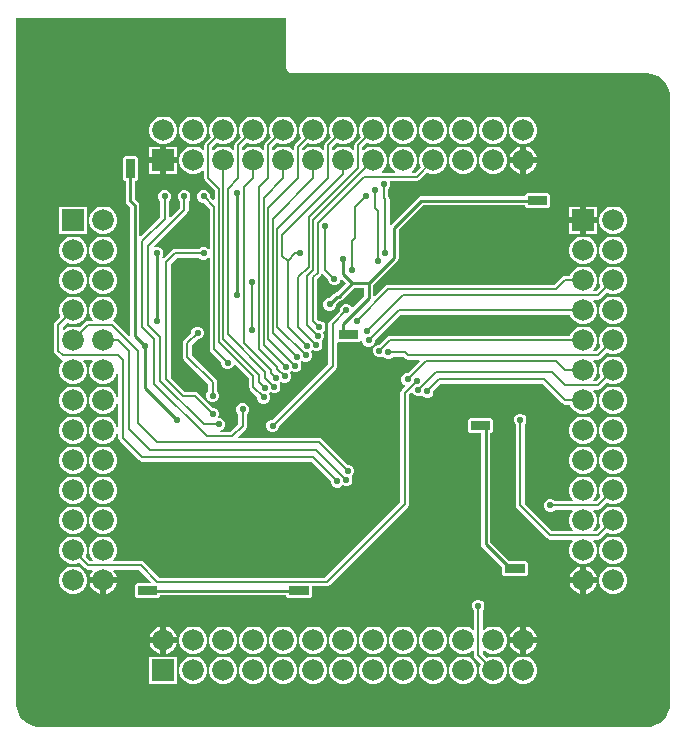
<source format=gbl>
G04*
G04 #@! TF.GenerationSoftware,Altium Limited,Altium Designer,22.8.2 (66)*
G04*
G04 Layer_Physical_Order=2*
G04 Layer_Color=16711680*
%FSLAX25Y25*%
%MOIN*%
G70*
G04*
G04 #@! TF.SameCoordinates,5222FF82-13DF-4D67-8A3D-296B4DE4B60E*
G04*
G04*
G04 #@! TF.FilePolarity,Positive*
G04*
G01*
G75*
%ADD10C,0.01000*%
%ADD52C,0.00800*%
%ADD53C,0.00600*%
%ADD54C,0.07200*%
%ADD55R,0.07200X0.07200*%
%ADD56R,0.07200X0.07200*%
%ADD57C,0.02165*%
G36*
X91961Y222000D02*
X92116Y221220D01*
X92558Y220558D01*
X93220Y220116D01*
X94000Y219961D01*
X212000D01*
X212093Y219979D01*
X213559Y219835D01*
X215057Y219380D01*
X216438Y218642D01*
X217649Y217649D01*
X218642Y216438D01*
X219380Y215057D01*
X219835Y213559D01*
X219979Y212093D01*
X219961Y212000D01*
X219961Y10000D01*
X219979Y9907D01*
X219835Y8442D01*
X219380Y6943D01*
X218642Y5562D01*
X217649Y4351D01*
X216438Y3358D01*
X215057Y2620D01*
X213559Y2165D01*
X212093Y2021D01*
X212000Y2039D01*
X10498Y2039D01*
X10000Y2039D01*
X9509Y2060D01*
X8442Y2165D01*
X6943Y2620D01*
X5562Y3358D01*
X4351Y4351D01*
X3358Y5562D01*
X2620Y6943D01*
X2165Y8442D01*
X2060Y9509D01*
X2039Y10000D01*
X2039Y10000D01*
X2039Y10493D01*
X2039Y222000D01*
Y238461D01*
X91961D01*
Y222000D01*
D02*
G37*
%LPC*%
G36*
X171606Y205600D02*
X170394D01*
X169225Y205287D01*
X168175Y204681D01*
X167319Y203824D01*
X166714Y202776D01*
X166400Y201606D01*
Y200394D01*
X166714Y199224D01*
X167319Y198176D01*
X168175Y197319D01*
X169225Y196713D01*
X170394Y196400D01*
X171606D01*
X172775Y196713D01*
X173825Y197319D01*
X174681Y198176D01*
X175286Y199224D01*
X175600Y200394D01*
Y201606D01*
X175286Y202776D01*
X174681Y203824D01*
X173825Y204681D01*
X172775Y205287D01*
X171606Y205600D01*
D02*
G37*
G36*
X161606D02*
X160394D01*
X159224Y205287D01*
X158176Y204681D01*
X157319Y203824D01*
X156713Y202776D01*
X156400Y201606D01*
Y200394D01*
X156713Y199224D01*
X157319Y198176D01*
X158176Y197319D01*
X159224Y196713D01*
X160394Y196400D01*
X161606D01*
X162776Y196713D01*
X163824Y197319D01*
X164681Y198176D01*
X165287Y199224D01*
X165600Y200394D01*
Y201606D01*
X165287Y202776D01*
X164681Y203824D01*
X163824Y204681D01*
X162776Y205287D01*
X161606Y205600D01*
D02*
G37*
G36*
X151606D02*
X150394D01*
X149224Y205287D01*
X148176Y204681D01*
X147319Y203824D01*
X146713Y202776D01*
X146400Y201606D01*
Y200394D01*
X146713Y199224D01*
X147319Y198176D01*
X148176Y197319D01*
X149224Y196713D01*
X150394Y196400D01*
X151606D01*
X152776Y196713D01*
X153824Y197319D01*
X154681Y198176D01*
X155287Y199224D01*
X155600Y200394D01*
Y201606D01*
X155287Y202776D01*
X154681Y203824D01*
X153824Y204681D01*
X152776Y205287D01*
X151606Y205600D01*
D02*
G37*
G36*
X141606D02*
X140394D01*
X139225Y205287D01*
X138175Y204681D01*
X137319Y203824D01*
X136714Y202776D01*
X136400Y201606D01*
Y200394D01*
X136714Y199224D01*
X137319Y198176D01*
X138175Y197319D01*
X139225Y196713D01*
X140394Y196400D01*
X141606D01*
X142775Y196713D01*
X143825Y197319D01*
X144681Y198176D01*
X145287Y199224D01*
X145600Y200394D01*
Y201606D01*
X145287Y202776D01*
X144681Y203824D01*
X143825Y204681D01*
X142775Y205287D01*
X141606Y205600D01*
D02*
G37*
G36*
X131606D02*
X130394D01*
X129225Y205287D01*
X128175Y204681D01*
X127319Y203824D01*
X126714Y202776D01*
X126400Y201606D01*
Y200394D01*
X126714Y199224D01*
X127319Y198176D01*
X128175Y197319D01*
X129225Y196713D01*
X130394Y196400D01*
X131606D01*
X132775Y196713D01*
X133825Y197319D01*
X134681Y198176D01*
X135286Y199224D01*
X135600Y200394D01*
Y201606D01*
X135286Y202776D01*
X134681Y203824D01*
X133825Y204681D01*
X132775Y205287D01*
X131606Y205600D01*
D02*
G37*
G36*
X121606D02*
X120394D01*
X119225Y205287D01*
X118175Y204681D01*
X117319Y203824D01*
X116714Y202776D01*
X116400Y201606D01*
Y200394D01*
X116714Y199224D01*
X116946Y198821D01*
X115063Y196937D01*
X114775Y196507D01*
X114674Y196000D01*
Y194484D01*
X114213Y194293D01*
X113824Y194681D01*
X112776Y195287D01*
X111606Y195600D01*
X110394D01*
X109224Y195287D01*
X108176Y194681D01*
X107787Y194293D01*
X107325Y194484D01*
Y195451D01*
X108821Y196947D01*
X109224Y196713D01*
X110394Y196400D01*
X111606D01*
X112776Y196713D01*
X113824Y197319D01*
X114681Y198176D01*
X115287Y199224D01*
X115600Y200394D01*
Y201606D01*
X115287Y202776D01*
X114681Y203824D01*
X113824Y204681D01*
X112776Y205287D01*
X111606Y205600D01*
X110394D01*
X109224Y205287D01*
X108176Y204681D01*
X107319Y203824D01*
X106713Y202776D01*
X106400Y201606D01*
Y200394D01*
X106713Y199224D01*
X106947Y198821D01*
X105063Y196937D01*
X104775Y196507D01*
X104674Y196000D01*
Y194484D01*
X104213Y194293D01*
X103824Y194681D01*
X102776Y195287D01*
X101606Y195600D01*
X100394D01*
X99225Y195287D01*
X98176Y194681D01*
X97787Y194293D01*
X97325Y194484D01*
Y194951D01*
X99138Y196763D01*
X99225Y196713D01*
X100394Y196400D01*
X101606D01*
X102776Y196713D01*
X103824Y197319D01*
X104681Y198176D01*
X105287Y199224D01*
X105600Y200394D01*
Y201606D01*
X105287Y202776D01*
X104681Y203824D01*
X103824Y204681D01*
X102776Y205287D01*
X101606Y205600D01*
X100394D01*
X99225Y205287D01*
X98176Y204681D01*
X97319Y203824D01*
X96714Y202776D01*
X96400Y201606D01*
Y200394D01*
X96714Y199224D01*
X97129Y198504D01*
X95063Y196437D01*
X94775Y196007D01*
X94674Y195500D01*
Y194484D01*
X94213Y194293D01*
X93824Y194681D01*
X92775Y195287D01*
X91606Y195600D01*
X90394D01*
X89224Y195287D01*
X88175Y194681D01*
X87787Y194293D01*
X87326Y194484D01*
Y195451D01*
X88821Y196947D01*
X89224Y196713D01*
X90394Y196400D01*
X91606D01*
X92775Y196713D01*
X93824Y197319D01*
X94681Y198176D01*
X95287Y199224D01*
X95600Y200394D01*
Y201606D01*
X95287Y202776D01*
X94681Y203824D01*
X93824Y204681D01*
X92775Y205287D01*
X91606Y205600D01*
X90394D01*
X89224Y205287D01*
X88175Y204681D01*
X87319Y203824D01*
X86713Y202776D01*
X86400Y201606D01*
Y200394D01*
X86713Y199224D01*
X86946Y198821D01*
X85063Y196937D01*
X84775Y196507D01*
X84675Y196000D01*
Y194484D01*
X84213Y194293D01*
X83824Y194681D01*
X82775Y195287D01*
X81606Y195600D01*
X80394D01*
X79224Y195287D01*
X78175Y194681D01*
X77787Y194293D01*
X77325Y194484D01*
Y195451D01*
X78821Y196947D01*
X79224Y196713D01*
X80394Y196400D01*
X81606D01*
X82775Y196713D01*
X83824Y197319D01*
X84681Y198176D01*
X85286Y199224D01*
X85600Y200394D01*
Y201606D01*
X85286Y202776D01*
X84681Y203824D01*
X83824Y204681D01*
X82775Y205287D01*
X81606Y205600D01*
X80394D01*
X79224Y205287D01*
X78175Y204681D01*
X77319Y203824D01*
X76714Y202776D01*
X76400Y201606D01*
Y200394D01*
X76714Y199224D01*
X76947Y198821D01*
X75063Y196937D01*
X74775Y196507D01*
X74674Y196000D01*
Y194484D01*
X74213Y194293D01*
X73825Y194681D01*
X72776Y195287D01*
X71606Y195600D01*
X70394D01*
X69225Y195287D01*
X68176Y194681D01*
X67787Y194293D01*
X67326Y194484D01*
Y195451D01*
X68821Y196947D01*
X69225Y196713D01*
X70394Y196400D01*
X71606D01*
X72776Y196713D01*
X73825Y197319D01*
X74681Y198176D01*
X75287Y199224D01*
X75600Y200394D01*
Y201606D01*
X75287Y202776D01*
X74681Y203824D01*
X73825Y204681D01*
X72776Y205287D01*
X71606Y205600D01*
X70394D01*
X69225Y205287D01*
X68176Y204681D01*
X67319Y203824D01*
X66714Y202776D01*
X66400Y201606D01*
Y200394D01*
X66714Y199224D01*
X66947Y198821D01*
X65063Y196937D01*
X64775Y196507D01*
X64675Y196000D01*
Y194484D01*
X64213Y194293D01*
X63824Y194681D01*
X62775Y195287D01*
X61606Y195600D01*
X60394D01*
X59224Y195287D01*
X58175Y194681D01*
X57319Y193825D01*
X56713Y192775D01*
X56400Y191606D01*
Y190394D01*
X56713Y189225D01*
X57319Y188175D01*
X58175Y187319D01*
X59224Y186714D01*
X60394Y186400D01*
X61606D01*
X62775Y186714D01*
X63824Y187319D01*
X64213Y187707D01*
X64675Y187516D01*
Y185000D01*
X64775Y184493D01*
X65063Y184063D01*
X68174Y180951D01*
Y177998D01*
X67713Y177806D01*
X66583Y178936D01*
Y179414D01*
X66266Y180180D01*
X65680Y180766D01*
X64914Y181083D01*
X64086D01*
X63320Y180766D01*
X62734Y180180D01*
X62417Y179414D01*
Y178586D01*
X62734Y177820D01*
X63320Y177234D01*
X64086Y176917D01*
X64564D01*
X66573Y174909D01*
Y161580D01*
X66073Y161373D01*
X65680Y161766D01*
X64914Y162083D01*
X64086D01*
X63320Y161766D01*
X62982Y161427D01*
X55000D01*
X55000Y161427D01*
X54454Y161319D01*
X53991Y161009D01*
X53991Y161009D01*
X51179Y158198D01*
X50660Y158363D01*
X50623Y158678D01*
X50766Y158820D01*
X51083Y159586D01*
Y160414D01*
X50766Y161180D01*
X50180Y161766D01*
X49414Y162083D01*
X48586D01*
X48112Y161887D01*
X47829Y162311D01*
X59009Y173491D01*
X59009Y173491D01*
X59319Y173954D01*
X59427Y174500D01*
Y177482D01*
X59766Y177820D01*
X60083Y178586D01*
Y179414D01*
X59766Y180180D01*
X59180Y180766D01*
X58414Y181083D01*
X57586D01*
X56820Y180766D01*
X56234Y180180D01*
X55917Y179414D01*
Y178586D01*
X56234Y177820D01*
X56573Y177482D01*
Y175091D01*
X53427Y171946D01*
X52927Y172153D01*
Y177482D01*
X53266Y177820D01*
X53583Y178586D01*
Y179414D01*
X53266Y180180D01*
X52680Y180766D01*
X51914Y181083D01*
X51086D01*
X50320Y180766D01*
X49734Y180180D01*
X49417Y179414D01*
Y178586D01*
X49734Y177820D01*
X50073Y177482D01*
Y172091D01*
X43491Y165510D01*
X43029Y165701D01*
Y176000D01*
X42913Y176585D01*
X42581Y177081D01*
X41529Y178133D01*
Y183986D01*
X41890Y184058D01*
X42221Y184279D01*
X42442Y184610D01*
X42520Y185000D01*
Y191500D01*
X42442Y191890D01*
X42221Y192221D01*
X41890Y192442D01*
X41500Y192520D01*
X38500D01*
X38110Y192442D01*
X37779Y192221D01*
X37558Y191890D01*
X37480Y191500D01*
Y185000D01*
X37558Y184610D01*
X37779Y184279D01*
X38110Y184058D01*
X38471Y183986D01*
Y177500D01*
X38587Y176915D01*
X38919Y176419D01*
X39971Y175366D01*
Y132755D01*
X39471Y132548D01*
X35009Y137009D01*
X34546Y137319D01*
X34534Y137321D01*
X34369Y137864D01*
X34681Y138175D01*
X35287Y139225D01*
X35600Y140394D01*
Y141606D01*
X35287Y142775D01*
X34681Y143825D01*
X33825Y144681D01*
X32776Y145287D01*
X31606Y145600D01*
X30394D01*
X29225Y145287D01*
X28176Y144681D01*
X27319Y143825D01*
X26713Y142775D01*
X26400Y141606D01*
Y140394D01*
X26713Y139225D01*
X27319Y138175D01*
X27605Y137889D01*
X27414Y137427D01*
X26000D01*
X26000Y137427D01*
X25454Y137319D01*
X24991Y137009D01*
X24991Y137009D01*
X23088Y135106D01*
X22775Y135286D01*
X21606Y135600D01*
X20394D01*
X19225Y135286D01*
X18176Y134681D01*
X17889Y134395D01*
X17427Y134586D01*
Y135409D01*
X18912Y136894D01*
X19225Y136714D01*
X20394Y136400D01*
X21606D01*
X22775Y136714D01*
X23824Y137319D01*
X24681Y138175D01*
X25286Y139225D01*
X25600Y140394D01*
Y141606D01*
X25286Y142775D01*
X24681Y143825D01*
X23824Y144681D01*
X22775Y145287D01*
X21606Y145600D01*
X20394D01*
X19225Y145287D01*
X18176Y144681D01*
X17319Y143825D01*
X16714Y142775D01*
X16400Y141606D01*
Y140394D01*
X16714Y139225D01*
X16894Y138912D01*
X14991Y137009D01*
X14681Y136546D01*
X14573Y136000D01*
X14573Y136000D01*
Y127500D01*
X14573Y127500D01*
X14681Y126954D01*
X14991Y126491D01*
X16491Y124991D01*
X16954Y124681D01*
X17383Y124596D01*
X17551Y124262D01*
X17580Y124086D01*
X17319Y123825D01*
X16714Y122775D01*
X16400Y121606D01*
Y120394D01*
X16714Y119225D01*
X17319Y118175D01*
X18176Y117319D01*
X19225Y116714D01*
X20394Y116400D01*
X21606D01*
X22775Y116714D01*
X23824Y117319D01*
X24681Y118175D01*
X25286Y119225D01*
X25600Y120394D01*
Y121606D01*
X25286Y122775D01*
X24681Y123825D01*
X24395Y124111D01*
X24586Y124573D01*
X27414D01*
X27605Y124111D01*
X27319Y123825D01*
X26713Y122775D01*
X26400Y121606D01*
Y120394D01*
X26713Y119225D01*
X27319Y118175D01*
X28176Y117319D01*
X29225Y116714D01*
X30394Y116400D01*
X31606D01*
X32776Y116714D01*
X33825Y117319D01*
X34681Y118175D01*
X35287Y119225D01*
X35573Y120292D01*
X36073Y120226D01*
Y111774D01*
X35573Y111708D01*
X35287Y112776D01*
X34681Y113824D01*
X33825Y114681D01*
X32776Y115287D01*
X31606Y115600D01*
X30394D01*
X29225Y115287D01*
X28176Y114681D01*
X27319Y113824D01*
X26713Y112776D01*
X26400Y111606D01*
Y110394D01*
X26713Y109224D01*
X27319Y108176D01*
X28176Y107319D01*
X29225Y106713D01*
X30394Y106400D01*
X31606D01*
X32776Y106713D01*
X33825Y107319D01*
X34681Y108176D01*
X35287Y109224D01*
X35573Y110292D01*
X36073Y110226D01*
Y101774D01*
X35573Y101708D01*
X35287Y102776D01*
X34681Y103824D01*
X33825Y104681D01*
X32776Y105287D01*
X31606Y105600D01*
X30394D01*
X29225Y105287D01*
X28176Y104681D01*
X27319Y103824D01*
X26713Y102776D01*
X26400Y101606D01*
Y100394D01*
X26713Y99225D01*
X27319Y98176D01*
X28176Y97319D01*
X29225Y96714D01*
X30394Y96400D01*
X31606D01*
X32776Y96714D01*
X33825Y97319D01*
X34681Y98176D01*
X35287Y99225D01*
X35573Y100292D01*
X36073Y100226D01*
Y98500D01*
X36073Y98500D01*
X36181Y97954D01*
X36491Y97491D01*
X42991Y90991D01*
X42991Y90991D01*
X43454Y90681D01*
X44000Y90573D01*
X44000Y90573D01*
X100409D01*
X106917Y84064D01*
Y83586D01*
X107234Y82820D01*
X107820Y82234D01*
X108586Y81917D01*
X109414D01*
X110180Y82234D01*
X110750Y82805D01*
X110820Y82734D01*
X111586Y82417D01*
X112414D01*
X113180Y82734D01*
X113766Y83320D01*
X114083Y84086D01*
Y84914D01*
X113766Y85680D01*
X113695Y85750D01*
X114266Y86320D01*
X114583Y87086D01*
Y87914D01*
X114266Y88680D01*
X113680Y89266D01*
X112914Y89583D01*
X112436D01*
X104009Y98009D01*
X103546Y98319D01*
X103000Y98427D01*
X103000Y98427D01*
X76099D01*
X75908Y98889D01*
X78509Y101491D01*
X78509Y101491D01*
X78819Y101954D01*
X78927Y102500D01*
X78927Y102500D01*
Y106482D01*
X79266Y106820D01*
X79583Y107586D01*
Y108414D01*
X79266Y109180D01*
X78680Y109766D01*
X77914Y110083D01*
X77086D01*
X76320Y109766D01*
X75734Y109180D01*
X75417Y108414D01*
Y107586D01*
X75734Y106820D01*
X76073Y106482D01*
Y103091D01*
X73409Y100427D01*
X69939D01*
X69914Y100917D01*
X70680Y101234D01*
X71266Y101820D01*
X71583Y102586D01*
Y103414D01*
X71266Y104180D01*
X70680Y104766D01*
X69914Y105083D01*
X69681D01*
X69374Y105583D01*
X69583Y106086D01*
Y106914D01*
X69266Y107680D01*
X68680Y108266D01*
X67914Y108583D01*
X67436D01*
X62509Y113509D01*
X62046Y113819D01*
X61500Y113927D01*
X61500Y113927D01*
X58091D01*
X53427Y118591D01*
Y156409D01*
X55591Y158573D01*
X62982D01*
X63320Y158234D01*
X64086Y157917D01*
X64914D01*
X65680Y158234D01*
X66073Y158627D01*
X66573Y158420D01*
Y128000D01*
X66573Y128000D01*
X66681Y127454D01*
X66991Y126991D01*
X70417Y123564D01*
Y123086D01*
X70734Y122320D01*
X71320Y121734D01*
X72086Y121417D01*
X72914D01*
X73680Y121734D01*
X74266Y122320D01*
X74509Y122909D01*
X75045Y123081D01*
X79675Y118451D01*
Y115500D01*
X79775Y114993D01*
X80063Y114563D01*
X82417Y112208D01*
Y111586D01*
X82734Y110820D01*
X83320Y110234D01*
X84086Y109917D01*
X84914D01*
X85680Y110234D01*
X86266Y110820D01*
X86583Y111586D01*
Y112414D01*
X86266Y113180D01*
X86195Y113250D01*
X86750Y113805D01*
X86820Y113734D01*
X87586Y113417D01*
X88414D01*
X89180Y113734D01*
X89766Y114320D01*
X90083Y115086D01*
Y115914D01*
X89766Y116680D01*
X89695Y116750D01*
X90250Y117305D01*
X90320Y117234D01*
X91086Y116917D01*
X91914D01*
X92680Y117234D01*
X93266Y117820D01*
X93583Y118586D01*
Y119414D01*
X93266Y120180D01*
X93195Y120250D01*
X93750Y120805D01*
X93820Y120734D01*
X94586Y120417D01*
X95414D01*
X96180Y120734D01*
X96766Y121320D01*
X97083Y122086D01*
Y122914D01*
X96766Y123680D01*
X96695Y123750D01*
X97250Y124305D01*
X97320Y124234D01*
X98086Y123917D01*
X98914D01*
X99680Y124234D01*
X100266Y124820D01*
X100583Y125586D01*
Y126414D01*
X100266Y127180D01*
X100195Y127250D01*
X100750Y127805D01*
X100820Y127734D01*
X101586Y127417D01*
X102414D01*
X103180Y127734D01*
X103766Y128320D01*
X104083Y129086D01*
Y129914D01*
X103766Y130680D01*
X103695Y130750D01*
X104266Y131320D01*
X104583Y132086D01*
Y132914D01*
X104266Y133680D01*
X104195Y133750D01*
X104766Y134320D01*
X105083Y135086D01*
Y135914D01*
X104766Y136680D01*
X104180Y137266D01*
X103414Y137583D01*
X102792D01*
X102325Y138049D01*
Y151451D01*
X103437Y152563D01*
X103725Y152993D01*
X103734Y153040D01*
X104277Y153205D01*
X105917Y151564D01*
Y151086D01*
X106234Y150320D01*
X106820Y149734D01*
X107586Y149417D01*
X108414D01*
X109180Y149734D01*
X109766Y150320D01*
X110083Y151086D01*
Y151101D01*
X110545Y151293D01*
X111837Y150000D01*
X108833Y146996D01*
X108415Y146913D01*
X107919Y146581D01*
X106420Y145083D01*
X106086D01*
X105320Y144766D01*
X104734Y144180D01*
X104417Y143414D01*
Y142586D01*
X104734Y141820D01*
X105320Y141234D01*
X106086Y140917D01*
X106914D01*
X107680Y141234D01*
X108266Y141820D01*
X108583Y142586D01*
Y142920D01*
X109667Y144004D01*
X110085Y144087D01*
X110581Y144419D01*
X114634Y148471D01*
X117971D01*
Y145633D01*
X114302Y141965D01*
X113812Y142062D01*
X113761Y142184D01*
X113175Y142770D01*
X112410Y143087D01*
X111581D01*
X110816Y142770D01*
X110230Y142184D01*
X109913Y141419D01*
Y140932D01*
X106491Y137509D01*
X106181Y137046D01*
X106073Y136500D01*
X106073Y136500D01*
Y123091D01*
X87564Y104583D01*
X87086D01*
X86320Y104266D01*
X85734Y103680D01*
X85417Y102914D01*
Y102086D01*
X85734Y101320D01*
X86320Y100734D01*
X87086Y100417D01*
X87914D01*
X88680Y100734D01*
X89266Y101320D01*
X89583Y102086D01*
Y102564D01*
X108509Y121491D01*
X108509Y121491D01*
X108819Y121954D01*
X108927Y122500D01*
X108927Y122500D01*
Y130124D01*
X109427Y130495D01*
X109500Y130480D01*
X116000D01*
X116390Y130558D01*
X116721Y130779D01*
X116917Y131073D01*
X116954Y131077D01*
X117417Y130772D01*
Y130586D01*
X117734Y129820D01*
X118320Y129234D01*
X119086Y128917D01*
X119914D01*
X120680Y129234D01*
X121266Y129820D01*
X121583Y130586D01*
Y131064D01*
X130091Y139573D01*
X186620D01*
X186714Y139225D01*
X187319Y138175D01*
X188175Y137319D01*
X189225Y136714D01*
X190394Y136400D01*
X191606D01*
X192775Y136714D01*
X193825Y137319D01*
X194681Y138175D01*
X195287Y139225D01*
X195600Y140394D01*
Y141606D01*
X195287Y142775D01*
X194681Y143825D01*
X194395Y144111D01*
X194586Y144573D01*
X196000D01*
X196000Y144573D01*
X196546Y144681D01*
X197009Y144991D01*
X198912Y146894D01*
X199224Y146713D01*
X200394Y146400D01*
X201606D01*
X202776Y146713D01*
X203824Y147319D01*
X204681Y148176D01*
X205287Y149224D01*
X205600Y150394D01*
Y151606D01*
X205287Y152776D01*
X204681Y153824D01*
X203824Y154681D01*
X202776Y155287D01*
X201606Y155600D01*
X200394D01*
X199224Y155287D01*
X198176Y154681D01*
X197319Y153824D01*
X196713Y152776D01*
X196400Y151606D01*
Y150394D01*
X196713Y149224D01*
X196894Y148912D01*
X195409Y147427D01*
X194586D01*
X194395Y147889D01*
X194681Y148176D01*
X195287Y149224D01*
X195600Y150394D01*
Y151606D01*
X195287Y152776D01*
X194681Y153824D01*
X193825Y154681D01*
X192775Y155287D01*
X191606Y155600D01*
X190394D01*
X189225Y155287D01*
X188175Y154681D01*
X187319Y153824D01*
X186714Y152776D01*
X186620Y152427D01*
X185000D01*
X185000Y152427D01*
X184454Y152319D01*
X183991Y152009D01*
X183991Y152009D01*
X181409Y149427D01*
X126000D01*
X126000Y149427D01*
X125454Y149319D01*
X124991Y149009D01*
X121491Y145510D01*
X121029Y145701D01*
Y149366D01*
X129081Y157419D01*
X129413Y157915D01*
X129529Y158500D01*
Y167867D01*
X137634Y175971D01*
X171486D01*
X171558Y175610D01*
X171779Y175279D01*
X172110Y175058D01*
X172500Y174980D01*
X179000D01*
X179390Y175058D01*
X179721Y175279D01*
X179942Y175610D01*
X180020Y176000D01*
Y179000D01*
X179942Y179390D01*
X179721Y179721D01*
X179390Y179942D01*
X179000Y180020D01*
X172500D01*
X172110Y179942D01*
X171779Y179721D01*
X171558Y179390D01*
X171486Y179029D01*
X137000D01*
X136415Y178913D01*
X135919Y178581D01*
X126927Y169590D01*
X126889Y169591D01*
X126427Y169746D01*
Y178000D01*
X126427Y178000D01*
X126319Y178546D01*
X126009Y179009D01*
X126009Y179009D01*
X125927Y179091D01*
Y181482D01*
X126266Y181820D01*
X126583Y182586D01*
Y183414D01*
X126440Y183759D01*
X126718Y184175D01*
X135500D01*
X136007Y184275D01*
X136437Y184563D01*
X138821Y186946D01*
X139225Y186714D01*
X140394Y186400D01*
X141606D01*
X142775Y186714D01*
X143825Y187319D01*
X144681Y188175D01*
X145287Y189225D01*
X145600Y190394D01*
Y191606D01*
X145287Y192775D01*
X144681Y193825D01*
X143825Y194681D01*
X142775Y195287D01*
X141606Y195600D01*
X140394D01*
X139225Y195287D01*
X138175Y194681D01*
X137319Y193825D01*
X136714Y192775D01*
X136400Y191606D01*
Y190394D01*
X136714Y189225D01*
X136946Y188821D01*
X134951Y186826D01*
X133935D01*
X133833Y187208D01*
X133831Y187326D01*
X134681Y188175D01*
X135286Y189225D01*
X135600Y190394D01*
Y191606D01*
X135286Y192775D01*
X134681Y193825D01*
X133825Y194681D01*
X132775Y195287D01*
X131606Y195600D01*
X130394D01*
X129225Y195287D01*
X128175Y194681D01*
X127319Y193825D01*
X126714Y192775D01*
X126400Y191606D01*
Y190394D01*
X126714Y189225D01*
X127319Y188175D01*
X128169Y187326D01*
X128167Y187208D01*
X128065Y186826D01*
X123935D01*
X123833Y187208D01*
X123831Y187326D01*
X124681Y188175D01*
X125286Y189225D01*
X125600Y190394D01*
Y191606D01*
X125286Y192775D01*
X124681Y193825D01*
X123825Y194681D01*
X122775Y195287D01*
X121606Y195600D01*
X120394D01*
X119225Y195287D01*
X118175Y194681D01*
X117787Y194293D01*
X117325Y194484D01*
Y195451D01*
X118821Y196947D01*
X119225Y196713D01*
X120394Y196400D01*
X121606D01*
X122775Y196713D01*
X123825Y197319D01*
X124681Y198176D01*
X125286Y199224D01*
X125600Y200394D01*
Y201606D01*
X125286Y202776D01*
X124681Y203824D01*
X123825Y204681D01*
X122775Y205287D01*
X121606Y205600D01*
D02*
G37*
G36*
X61606D02*
X60394D01*
X59224Y205287D01*
X58175Y204681D01*
X57319Y203824D01*
X56713Y202776D01*
X56400Y201606D01*
Y200394D01*
X56713Y199224D01*
X57319Y198176D01*
X58175Y197319D01*
X59224Y196713D01*
X60394Y196400D01*
X61606D01*
X62775Y196713D01*
X63824Y197319D01*
X64681Y198176D01*
X65286Y199224D01*
X65600Y200394D01*
Y201606D01*
X65286Y202776D01*
X64681Y203824D01*
X63824Y204681D01*
X62775Y205287D01*
X61606Y205600D01*
D02*
G37*
G36*
X51606D02*
X50394D01*
X49224Y205287D01*
X48175Y204681D01*
X47319Y203824D01*
X46714Y202776D01*
X46400Y201606D01*
Y200394D01*
X46714Y199224D01*
X47319Y198176D01*
X48175Y197319D01*
X49224Y196713D01*
X50394Y196400D01*
X51606D01*
X52776Y196713D01*
X53825Y197319D01*
X54681Y198176D01*
X55287Y199224D01*
X55600Y200394D01*
Y201606D01*
X55287Y202776D01*
X54681Y203824D01*
X53825Y204681D01*
X52776Y205287D01*
X51606Y205600D01*
D02*
G37*
G36*
X172000Y195494D02*
Y192000D01*
X175494D01*
X175286Y192775D01*
X174681Y193825D01*
X173825Y194681D01*
X172775Y195287D01*
X172000Y195494D01*
D02*
G37*
G36*
X170000D02*
X169225Y195287D01*
X168175Y194681D01*
X167319Y193825D01*
X166714Y192775D01*
X166506Y192000D01*
X170000D01*
Y195494D01*
D02*
G37*
G36*
X55600Y195600D02*
X52000D01*
Y192000D01*
X55600D01*
Y195600D01*
D02*
G37*
G36*
X50000D02*
X46400D01*
Y192000D01*
X50000D01*
Y195600D01*
D02*
G37*
G36*
X175494Y190000D02*
X172000D01*
Y186506D01*
X172775Y186714D01*
X173825Y187319D01*
X174681Y188175D01*
X175286Y189225D01*
X175494Y190000D01*
D02*
G37*
G36*
X170000D02*
X166506D01*
X166714Y189225D01*
X167319Y188175D01*
X168175Y187319D01*
X169225Y186714D01*
X170000Y186506D01*
Y190000D01*
D02*
G37*
G36*
X161606Y195600D02*
X160394D01*
X159224Y195287D01*
X158176Y194681D01*
X157319Y193825D01*
X156713Y192775D01*
X156400Y191606D01*
Y190394D01*
X156713Y189225D01*
X157319Y188175D01*
X158176Y187319D01*
X159224Y186714D01*
X160394Y186400D01*
X161606D01*
X162776Y186714D01*
X163824Y187319D01*
X164681Y188175D01*
X165287Y189225D01*
X165600Y190394D01*
Y191606D01*
X165287Y192775D01*
X164681Y193825D01*
X163824Y194681D01*
X162776Y195287D01*
X161606Y195600D01*
D02*
G37*
G36*
X151606D02*
X150394D01*
X149224Y195287D01*
X148176Y194681D01*
X147319Y193825D01*
X146713Y192775D01*
X146400Y191606D01*
Y190394D01*
X146713Y189225D01*
X147319Y188175D01*
X148176Y187319D01*
X149224Y186714D01*
X150394Y186400D01*
X151606D01*
X152776Y186714D01*
X153824Y187319D01*
X154681Y188175D01*
X155287Y189225D01*
X155600Y190394D01*
Y191606D01*
X155287Y192775D01*
X154681Y193825D01*
X153824Y194681D01*
X152776Y195287D01*
X151606Y195600D01*
D02*
G37*
G36*
X55600Y190000D02*
X52000D01*
Y186400D01*
X55600D01*
Y190000D01*
D02*
G37*
G36*
X50000D02*
X46400D01*
Y186400D01*
X50000D01*
Y190000D01*
D02*
G37*
G36*
X195600Y175600D02*
X192000D01*
Y172000D01*
X195600D01*
Y175600D01*
D02*
G37*
G36*
X190000D02*
X186400D01*
Y172000D01*
X190000D01*
Y175600D01*
D02*
G37*
G36*
X201606D02*
X200394D01*
X199224Y175286D01*
X198176Y174681D01*
X197319Y173825D01*
X196713Y172775D01*
X196400Y171606D01*
Y170394D01*
X196713Y169225D01*
X197319Y168175D01*
X198176Y167319D01*
X199224Y166714D01*
X200394Y166400D01*
X201606D01*
X202776Y166714D01*
X203824Y167319D01*
X204681Y168175D01*
X205287Y169225D01*
X205600Y170394D01*
Y171606D01*
X205287Y172775D01*
X204681Y173825D01*
X203824Y174681D01*
X202776Y175286D01*
X201606Y175600D01*
D02*
G37*
G36*
X195600Y170000D02*
X192000D01*
Y166400D01*
X195600D01*
Y170000D01*
D02*
G37*
G36*
X190000D02*
X186400D01*
Y166400D01*
X190000D01*
Y170000D01*
D02*
G37*
G36*
X31606Y175600D02*
X30394D01*
X29225Y175286D01*
X28176Y174681D01*
X27319Y173825D01*
X26713Y172775D01*
X26400Y171606D01*
Y170394D01*
X26713Y169225D01*
X27319Y168175D01*
X28176Y167319D01*
X29225Y166714D01*
X30394Y166400D01*
X31606D01*
X32776Y166714D01*
X33825Y167319D01*
X34681Y168175D01*
X35287Y169225D01*
X35600Y170394D01*
Y171606D01*
X35287Y172775D01*
X34681Y173825D01*
X33825Y174681D01*
X32776Y175286D01*
X31606Y175600D01*
D02*
G37*
G36*
X25600D02*
X16400D01*
Y166400D01*
X25600D01*
Y175600D01*
D02*
G37*
G36*
X201606Y165600D02*
X200394D01*
X199224Y165287D01*
X198176Y164681D01*
X197319Y163824D01*
X196713Y162776D01*
X196400Y161606D01*
Y160394D01*
X196713Y159224D01*
X197319Y158176D01*
X198176Y157319D01*
X199224Y156713D01*
X200394Y156400D01*
X201606D01*
X202776Y156713D01*
X203824Y157319D01*
X204681Y158176D01*
X205287Y159224D01*
X205600Y160394D01*
Y161606D01*
X205287Y162776D01*
X204681Y163824D01*
X203824Y164681D01*
X202776Y165287D01*
X201606Y165600D01*
D02*
G37*
G36*
X191606D02*
X190394D01*
X189225Y165287D01*
X188175Y164681D01*
X187319Y163824D01*
X186714Y162776D01*
X186400Y161606D01*
Y160394D01*
X186714Y159224D01*
X187319Y158176D01*
X188175Y157319D01*
X189225Y156713D01*
X190394Y156400D01*
X191606D01*
X192775Y156713D01*
X193825Y157319D01*
X194681Y158176D01*
X195287Y159224D01*
X195600Y160394D01*
Y161606D01*
X195287Y162776D01*
X194681Y163824D01*
X193825Y164681D01*
X192775Y165287D01*
X191606Y165600D01*
D02*
G37*
G36*
X31606D02*
X30394D01*
X29225Y165287D01*
X28176Y164681D01*
X27319Y163824D01*
X26713Y162776D01*
X26400Y161606D01*
Y160394D01*
X26713Y159224D01*
X27319Y158176D01*
X28176Y157319D01*
X29225Y156713D01*
X30394Y156400D01*
X31606D01*
X32776Y156713D01*
X33825Y157319D01*
X34681Y158176D01*
X35287Y159224D01*
X35600Y160394D01*
Y161606D01*
X35287Y162776D01*
X34681Y163824D01*
X33825Y164681D01*
X32776Y165287D01*
X31606Y165600D01*
D02*
G37*
G36*
X21606D02*
X20394D01*
X19225Y165287D01*
X18176Y164681D01*
X17319Y163824D01*
X16714Y162776D01*
X16400Y161606D01*
Y160394D01*
X16714Y159224D01*
X17319Y158176D01*
X18176Y157319D01*
X19225Y156713D01*
X20394Y156400D01*
X21606D01*
X22775Y156713D01*
X23824Y157319D01*
X24681Y158176D01*
X25286Y159224D01*
X25600Y160394D01*
Y161606D01*
X25286Y162776D01*
X24681Y163824D01*
X23824Y164681D01*
X22775Y165287D01*
X21606Y165600D01*
D02*
G37*
G36*
X31606Y155600D02*
X30394D01*
X29225Y155287D01*
X28176Y154681D01*
X27319Y153824D01*
X26713Y152776D01*
X26400Y151606D01*
Y150394D01*
X26713Y149224D01*
X27319Y148176D01*
X28176Y147319D01*
X29225Y146713D01*
X30394Y146400D01*
X31606D01*
X32776Y146713D01*
X33825Y147319D01*
X34681Y148176D01*
X35287Y149224D01*
X35600Y150394D01*
Y151606D01*
X35287Y152776D01*
X34681Y153824D01*
X33825Y154681D01*
X32776Y155287D01*
X31606Y155600D01*
D02*
G37*
G36*
X21606D02*
X20394D01*
X19225Y155287D01*
X18176Y154681D01*
X17319Y153824D01*
X16714Y152776D01*
X16400Y151606D01*
Y150394D01*
X16714Y149224D01*
X17319Y148176D01*
X18176Y147319D01*
X19225Y146713D01*
X20394Y146400D01*
X21606D01*
X22775Y146713D01*
X23824Y147319D01*
X24681Y148176D01*
X25286Y149224D01*
X25600Y150394D01*
Y151606D01*
X25286Y152776D01*
X24681Y153824D01*
X23824Y154681D01*
X22775Y155287D01*
X21606Y155600D01*
D02*
G37*
G36*
X201606Y145600D02*
X200394D01*
X199224Y145287D01*
X198176Y144681D01*
X197319Y143825D01*
X196713Y142775D01*
X196400Y141606D01*
Y140394D01*
X196713Y139225D01*
X197319Y138175D01*
X198176Y137319D01*
X199224Y136714D01*
X200394Y136400D01*
X201606D01*
X202776Y136714D01*
X203824Y137319D01*
X204681Y138175D01*
X205287Y139225D01*
X205600Y140394D01*
Y141606D01*
X205287Y142775D01*
X204681Y143825D01*
X203824Y144681D01*
X202776Y145287D01*
X201606Y145600D01*
D02*
G37*
G36*
Y135600D02*
X200394D01*
X199224Y135286D01*
X198176Y134681D01*
X197319Y133825D01*
X196713Y132775D01*
X196400Y131606D01*
Y130394D01*
X196713Y129225D01*
X196894Y128912D01*
X195409Y127427D01*
X194586D01*
X194395Y127889D01*
X194681Y128175D01*
X195287Y129225D01*
X195600Y130394D01*
Y131606D01*
X195287Y132775D01*
X194681Y133825D01*
X193825Y134681D01*
X192775Y135286D01*
X191606Y135600D01*
X190394D01*
X189225Y135286D01*
X188175Y134681D01*
X187319Y133825D01*
X186714Y132775D01*
X186620Y132427D01*
X126500D01*
X126500Y132427D01*
X125954Y132319D01*
X125491Y132009D01*
X125491Y132009D01*
X123064Y129583D01*
X122586D01*
X121820Y129266D01*
X121234Y128680D01*
X120917Y127914D01*
Y127086D01*
X121234Y126320D01*
X121820Y125734D01*
X122586Y125417D01*
X123414D01*
X124180Y125734D01*
X124250Y125805D01*
X124820Y125234D01*
X125586Y124917D01*
X126414D01*
X127180Y125234D01*
X127518Y125573D01*
X130909D01*
X131491Y124991D01*
X131491Y124991D01*
X131954Y124681D01*
X132500Y124573D01*
X136401D01*
X136592Y124111D01*
X132564Y120083D01*
X132086D01*
X131320Y119766D01*
X130734Y119180D01*
X130417Y118414D01*
Y117586D01*
X130734Y116820D01*
X131320Y116234D01*
X131538Y116144D01*
X131635Y115654D01*
X130491Y114509D01*
X130181Y114046D01*
X130073Y113500D01*
X130073Y113500D01*
Y77091D01*
X104909Y51927D01*
X49591D01*
X44509Y57009D01*
X44046Y57319D01*
X43500Y57427D01*
X43500Y57427D01*
X34586D01*
X34395Y57889D01*
X34681Y58175D01*
X35287Y59224D01*
X35600Y60394D01*
Y61606D01*
X35287Y62775D01*
X34681Y63824D01*
X33825Y64681D01*
X32776Y65286D01*
X31606Y65600D01*
X30394D01*
X29225Y65286D01*
X28176Y64681D01*
X27319Y63824D01*
X26713Y62775D01*
X26400Y61606D01*
Y60394D01*
X26713Y59224D01*
X27319Y58175D01*
X27605Y57889D01*
X27414Y57427D01*
X26591D01*
X25106Y58912D01*
X25286Y59224D01*
X25600Y60394D01*
Y61606D01*
X25286Y62775D01*
X24681Y63824D01*
X23824Y64681D01*
X22775Y65286D01*
X21606Y65600D01*
X20394D01*
X19225Y65286D01*
X18176Y64681D01*
X17319Y63824D01*
X16714Y62775D01*
X16400Y61606D01*
Y60394D01*
X16714Y59224D01*
X17319Y58175D01*
X18176Y57319D01*
X19225Y56713D01*
X20394Y56400D01*
X21606D01*
X22775Y56713D01*
X23088Y56894D01*
X24991Y54991D01*
X24991Y54991D01*
X25454Y54681D01*
X26000Y54573D01*
X26000Y54573D01*
X27414D01*
X27605Y54111D01*
X27319Y53825D01*
X26713Y52776D01*
X26506Y52000D01*
X31000D01*
X35494D01*
X35287Y52776D01*
X34681Y53825D01*
X34395Y54111D01*
X34586Y54573D01*
X42909D01*
X47000Y50481D01*
X46808Y50020D01*
X42500D01*
X42110Y49942D01*
X41779Y49721D01*
X41558Y49390D01*
X41480Y49000D01*
Y46000D01*
X41558Y45610D01*
X41779Y45279D01*
X42110Y45058D01*
X42500Y44980D01*
X49000D01*
X49390Y45058D01*
X49721Y45279D01*
X49942Y45610D01*
X50014Y45971D01*
X91986D01*
X92058Y45610D01*
X92279Y45279D01*
X92610Y45058D01*
X93000Y44980D01*
X99500D01*
X99890Y45058D01*
X100221Y45279D01*
X100442Y45610D01*
X100520Y46000D01*
Y49000D01*
X100579Y49073D01*
X105500D01*
X105500Y49073D01*
X106046Y49181D01*
X106509Y49491D01*
X132509Y75491D01*
X132509Y75491D01*
X132819Y75954D01*
X132927Y76500D01*
X132927Y76500D01*
Y112909D01*
X133654Y113635D01*
X134144Y113538D01*
X134234Y113320D01*
X134820Y112734D01*
X135586Y112417D01*
X136414D01*
X137180Y112734D01*
X137250Y112805D01*
X137820Y112234D01*
X138586Y111917D01*
X139414D01*
X140180Y112234D01*
X140766Y112820D01*
X141083Y113586D01*
Y114064D01*
X143591Y116573D01*
X177409D01*
X183991Y109991D01*
X183991Y109991D01*
X184454Y109681D01*
X185000Y109573D01*
X186620D01*
X186714Y109224D01*
X187319Y108176D01*
X188175Y107319D01*
X189225Y106713D01*
X190394Y106400D01*
X191606D01*
X192775Y106713D01*
X193825Y107319D01*
X194681Y108176D01*
X195287Y109224D01*
X195600Y110394D01*
Y111606D01*
X195287Y112776D01*
X194681Y113824D01*
X194395Y114111D01*
X194586Y114573D01*
X196000D01*
X196000Y114573D01*
X196546Y114681D01*
X197009Y114991D01*
X198912Y116894D01*
X199224Y116714D01*
X200394Y116400D01*
X201606D01*
X202776Y116714D01*
X203824Y117319D01*
X204681Y118175D01*
X205287Y119225D01*
X205600Y120394D01*
Y121606D01*
X205287Y122775D01*
X204681Y123825D01*
X203824Y124681D01*
X202776Y125286D01*
X201606Y125600D01*
X200394D01*
X199224Y125286D01*
X198176Y124681D01*
X197319Y123825D01*
X196713Y122775D01*
X196400Y121606D01*
Y120394D01*
X196713Y119225D01*
X196894Y118912D01*
X195409Y117427D01*
X194586D01*
X194395Y117889D01*
X194681Y118175D01*
X195287Y119225D01*
X195600Y120394D01*
Y121606D01*
X195287Y122775D01*
X194681Y123825D01*
X194395Y124111D01*
X194586Y124573D01*
X196000D01*
X196000Y124573D01*
X196546Y124681D01*
X197009Y124991D01*
X198912Y126894D01*
X199224Y126714D01*
X200394Y126400D01*
X201606D01*
X202776Y126714D01*
X203824Y127319D01*
X204681Y128175D01*
X205287Y129225D01*
X205600Y130394D01*
Y131606D01*
X205287Y132775D01*
X204681Y133825D01*
X203824Y134681D01*
X202776Y135286D01*
X201606Y135600D01*
D02*
G37*
G36*
X62914Y135583D02*
X62086D01*
X61320Y135266D01*
X60734Y134680D01*
X60417Y133914D01*
Y133436D01*
X57991Y131009D01*
X57681Y130546D01*
X57573Y130000D01*
X57573Y130000D01*
Y125500D01*
X57573Y125500D01*
X57681Y124954D01*
X57991Y124491D01*
X66073Y116409D01*
Y114018D01*
X65734Y113680D01*
X65417Y112914D01*
Y112086D01*
X65734Y111320D01*
X66320Y110734D01*
X67086Y110417D01*
X67914D01*
X68680Y110734D01*
X69266Y111320D01*
X69583Y112086D01*
Y112914D01*
X69266Y113680D01*
X68927Y114018D01*
Y117000D01*
X68927Y117000D01*
X68819Y117546D01*
X68509Y118009D01*
X68509Y118009D01*
X60427Y126091D01*
Y129409D01*
X62436Y131417D01*
X62914D01*
X63680Y131734D01*
X64266Y132320D01*
X64583Y133086D01*
Y133914D01*
X64266Y134680D01*
X63680Y135266D01*
X62914Y135583D01*
D02*
G37*
G36*
X201606Y115600D02*
X200394D01*
X199224Y115287D01*
X198176Y114681D01*
X197319Y113824D01*
X196713Y112776D01*
X196400Y111606D01*
Y110394D01*
X196713Y109224D01*
X197319Y108176D01*
X198176Y107319D01*
X199224Y106713D01*
X200394Y106400D01*
X201606D01*
X202776Y106713D01*
X203824Y107319D01*
X204681Y108176D01*
X205287Y109224D01*
X205600Y110394D01*
Y111606D01*
X205287Y112776D01*
X204681Y113824D01*
X203824Y114681D01*
X202776Y115287D01*
X201606Y115600D01*
D02*
G37*
G36*
X21606D02*
X20394D01*
X19225Y115287D01*
X18176Y114681D01*
X17319Y113824D01*
X16714Y112776D01*
X16400Y111606D01*
Y110394D01*
X16714Y109224D01*
X17319Y108176D01*
X18176Y107319D01*
X19225Y106713D01*
X20394Y106400D01*
X21606D01*
X22775Y106713D01*
X23824Y107319D01*
X24681Y108176D01*
X25286Y109224D01*
X25600Y110394D01*
Y111606D01*
X25286Y112776D01*
X24681Y113824D01*
X23824Y114681D01*
X22775Y115287D01*
X21606Y115600D01*
D02*
G37*
G36*
X201606Y105600D02*
X200394D01*
X199224Y105287D01*
X198176Y104681D01*
X197319Y103824D01*
X196713Y102776D01*
X196400Y101606D01*
Y100394D01*
X196713Y99225D01*
X197319Y98176D01*
X198176Y97319D01*
X199224Y96714D01*
X200394Y96400D01*
X201606D01*
X202776Y96714D01*
X203824Y97319D01*
X204681Y98176D01*
X205287Y99225D01*
X205600Y100394D01*
Y101606D01*
X205287Y102776D01*
X204681Y103824D01*
X203824Y104681D01*
X202776Y105287D01*
X201606Y105600D01*
D02*
G37*
G36*
X191606D02*
X190394D01*
X189225Y105287D01*
X188175Y104681D01*
X187319Y103824D01*
X186714Y102776D01*
X186400Y101606D01*
Y100394D01*
X186714Y99225D01*
X187319Y98176D01*
X188175Y97319D01*
X189225Y96714D01*
X190394Y96400D01*
X191606D01*
X192775Y96714D01*
X193825Y97319D01*
X194681Y98176D01*
X195287Y99225D01*
X195600Y100394D01*
Y101606D01*
X195287Y102776D01*
X194681Y103824D01*
X193825Y104681D01*
X192775Y105287D01*
X191606Y105600D01*
D02*
G37*
G36*
X21606D02*
X20394D01*
X19225Y105287D01*
X18176Y104681D01*
X17319Y103824D01*
X16714Y102776D01*
X16400Y101606D01*
Y100394D01*
X16714Y99225D01*
X17319Y98176D01*
X18176Y97319D01*
X19225Y96714D01*
X20394Y96400D01*
X21606D01*
X22775Y96714D01*
X23824Y97319D01*
X24681Y98176D01*
X25286Y99225D01*
X25600Y100394D01*
Y101606D01*
X25286Y102776D01*
X24681Y103824D01*
X23824Y104681D01*
X22775Y105287D01*
X21606Y105600D01*
D02*
G37*
G36*
X201606Y95600D02*
X200394D01*
X199224Y95287D01*
X198176Y94681D01*
X197319Y93824D01*
X196713Y92775D01*
X196400Y91606D01*
Y90394D01*
X196713Y89224D01*
X197319Y88175D01*
X198176Y87319D01*
X199224Y86713D01*
X200394Y86400D01*
X201606D01*
X202776Y86713D01*
X203824Y87319D01*
X204681Y88175D01*
X205287Y89224D01*
X205600Y90394D01*
Y91606D01*
X205287Y92775D01*
X204681Y93824D01*
X203824Y94681D01*
X202776Y95287D01*
X201606Y95600D01*
D02*
G37*
G36*
X191606D02*
X190394D01*
X189225Y95287D01*
X188175Y94681D01*
X187319Y93824D01*
X186714Y92775D01*
X186400Y91606D01*
Y90394D01*
X186714Y89224D01*
X187319Y88175D01*
X188175Y87319D01*
X189225Y86713D01*
X190394Y86400D01*
X191606D01*
X192775Y86713D01*
X193825Y87319D01*
X194681Y88175D01*
X195287Y89224D01*
X195600Y90394D01*
Y91606D01*
X195287Y92775D01*
X194681Y93824D01*
X193825Y94681D01*
X192775Y95287D01*
X191606Y95600D01*
D02*
G37*
G36*
X31606D02*
X30394D01*
X29225Y95287D01*
X28176Y94681D01*
X27319Y93824D01*
X26713Y92775D01*
X26400Y91606D01*
Y90394D01*
X26713Y89224D01*
X27319Y88175D01*
X28176Y87319D01*
X29225Y86713D01*
X30394Y86400D01*
X31606D01*
X32776Y86713D01*
X33825Y87319D01*
X34681Y88175D01*
X35287Y89224D01*
X35600Y90394D01*
Y91606D01*
X35287Y92775D01*
X34681Y93824D01*
X33825Y94681D01*
X32776Y95287D01*
X31606Y95600D01*
D02*
G37*
G36*
X21606D02*
X20394D01*
X19225Y95287D01*
X18176Y94681D01*
X17319Y93824D01*
X16714Y92775D01*
X16400Y91606D01*
Y90394D01*
X16714Y89224D01*
X17319Y88175D01*
X18176Y87319D01*
X19225Y86713D01*
X20394Y86400D01*
X21606D01*
X22775Y86713D01*
X23824Y87319D01*
X24681Y88175D01*
X25286Y89224D01*
X25600Y90394D01*
Y91606D01*
X25286Y92775D01*
X24681Y93824D01*
X23824Y94681D01*
X22775Y95287D01*
X21606Y95600D01*
D02*
G37*
G36*
X170414Y106583D02*
X169586D01*
X168820Y106266D01*
X168234Y105680D01*
X167917Y104914D01*
Y104086D01*
X168234Y103320D01*
X168573Y102982D01*
Y76000D01*
X168573Y76000D01*
X168681Y75454D01*
X168991Y74991D01*
X178991Y64991D01*
X178991Y64991D01*
X179454Y64681D01*
X180000Y64573D01*
X180000Y64573D01*
X187414D01*
X187605Y64111D01*
X187319Y63824D01*
X186714Y62775D01*
X186400Y61606D01*
Y60394D01*
X186714Y59224D01*
X187319Y58175D01*
X188175Y57319D01*
X189225Y56713D01*
X190394Y56400D01*
X191606D01*
X192775Y56713D01*
X193825Y57319D01*
X194681Y58175D01*
X195287Y59224D01*
X195600Y60394D01*
Y61606D01*
X195287Y62775D01*
X194681Y63824D01*
X194395Y64111D01*
X194586Y64573D01*
X196000D01*
X196000Y64573D01*
X196546Y64681D01*
X197009Y64991D01*
X198912Y66894D01*
X199224Y66714D01*
X200394Y66400D01*
X201606D01*
X202776Y66714D01*
X203824Y67319D01*
X204681Y68176D01*
X205287Y69225D01*
X205600Y70394D01*
Y71606D01*
X205287Y72776D01*
X204681Y73825D01*
X203824Y74681D01*
X202776Y75287D01*
X201606Y75600D01*
X200394D01*
X199224Y75287D01*
X198176Y74681D01*
X197319Y73825D01*
X196713Y72776D01*
X196400Y71606D01*
Y70394D01*
X196713Y69225D01*
X196894Y68912D01*
X195409Y67427D01*
X194586D01*
X194395Y67889D01*
X194681Y68176D01*
X195287Y69225D01*
X195600Y70394D01*
Y71606D01*
X195287Y72776D01*
X194681Y73825D01*
X194395Y74111D01*
X194586Y74573D01*
X196000D01*
X196000Y74573D01*
X196546Y74681D01*
X197009Y74991D01*
X198912Y76894D01*
X199224Y76714D01*
X200394Y76400D01*
X201606D01*
X202776Y76714D01*
X203824Y77319D01*
X204681Y78175D01*
X205287Y79224D01*
X205600Y80394D01*
Y81606D01*
X205287Y82775D01*
X204681Y83824D01*
X203824Y84681D01*
X202776Y85286D01*
X201606Y85600D01*
X200394D01*
X199224Y85286D01*
X198176Y84681D01*
X197319Y83824D01*
X196713Y82775D01*
X196400Y81606D01*
Y80394D01*
X196713Y79224D01*
X196894Y78912D01*
X195409Y77427D01*
X194586D01*
X194395Y77889D01*
X194681Y78175D01*
X195287Y79224D01*
X195600Y80394D01*
Y81606D01*
X195287Y82775D01*
X194681Y83824D01*
X193825Y84681D01*
X192775Y85286D01*
X191606Y85600D01*
X190394D01*
X189225Y85286D01*
X188175Y84681D01*
X187319Y83824D01*
X186714Y82775D01*
X186400Y81606D01*
Y80394D01*
X186714Y79224D01*
X187319Y78175D01*
X187605Y77889D01*
X187414Y77427D01*
X181518D01*
X181180Y77766D01*
X180414Y78083D01*
X179586D01*
X178820Y77766D01*
X178234Y77180D01*
X177917Y76414D01*
Y75586D01*
X178234Y74820D01*
X178820Y74234D01*
X179586Y73917D01*
X180414D01*
X181180Y74234D01*
X181518Y74573D01*
X187414D01*
X187605Y74111D01*
X187319Y73825D01*
X186714Y72776D01*
X186400Y71606D01*
Y70394D01*
X186714Y69225D01*
X187319Y68176D01*
X187605Y67889D01*
X187414Y67427D01*
X180591D01*
X171427Y76591D01*
Y102982D01*
X171766Y103320D01*
X172083Y104086D01*
Y104914D01*
X171766Y105680D01*
X171180Y106266D01*
X170414Y106583D01*
D02*
G37*
G36*
X31606Y85600D02*
X30394D01*
X29225Y85286D01*
X28176Y84681D01*
X27319Y83824D01*
X26713Y82775D01*
X26400Y81606D01*
Y80394D01*
X26713Y79224D01*
X27319Y78175D01*
X28176Y77319D01*
X29225Y76714D01*
X30394Y76400D01*
X31606D01*
X32776Y76714D01*
X33825Y77319D01*
X34681Y78175D01*
X35287Y79224D01*
X35600Y80394D01*
Y81606D01*
X35287Y82775D01*
X34681Y83824D01*
X33825Y84681D01*
X32776Y85286D01*
X31606Y85600D01*
D02*
G37*
G36*
X21606D02*
X20394D01*
X19225Y85286D01*
X18176Y84681D01*
X17319Y83824D01*
X16714Y82775D01*
X16400Y81606D01*
Y80394D01*
X16714Y79224D01*
X17319Y78175D01*
X18176Y77319D01*
X19225Y76714D01*
X20394Y76400D01*
X21606D01*
X22775Y76714D01*
X23824Y77319D01*
X24681Y78175D01*
X25286Y79224D01*
X25600Y80394D01*
Y81606D01*
X25286Y82775D01*
X24681Y83824D01*
X23824Y84681D01*
X22775Y85286D01*
X21606Y85600D01*
D02*
G37*
G36*
X31606Y75600D02*
X30394D01*
X29225Y75287D01*
X28176Y74681D01*
X27319Y73825D01*
X26713Y72776D01*
X26400Y71606D01*
Y70394D01*
X26713Y69225D01*
X27319Y68176D01*
X28176Y67319D01*
X29225Y66714D01*
X30394Y66400D01*
X31606D01*
X32776Y66714D01*
X33825Y67319D01*
X34681Y68176D01*
X35287Y69225D01*
X35600Y70394D01*
Y71606D01*
X35287Y72776D01*
X34681Y73825D01*
X33825Y74681D01*
X32776Y75287D01*
X31606Y75600D01*
D02*
G37*
G36*
X21606D02*
X20394D01*
X19225Y75287D01*
X18176Y74681D01*
X17319Y73825D01*
X16714Y72776D01*
X16400Y71606D01*
Y70394D01*
X16714Y69225D01*
X17319Y68176D01*
X18176Y67319D01*
X19225Y66714D01*
X20394Y66400D01*
X21606D01*
X22775Y66714D01*
X23824Y67319D01*
X24681Y68176D01*
X25286Y69225D01*
X25600Y70394D01*
Y71606D01*
X25286Y72776D01*
X24681Y73825D01*
X23824Y74681D01*
X22775Y75287D01*
X21606Y75600D01*
D02*
G37*
G36*
X201606Y65600D02*
X200394D01*
X199224Y65286D01*
X198176Y64681D01*
X197319Y63824D01*
X196713Y62775D01*
X196400Y61606D01*
Y60394D01*
X196713Y59224D01*
X197319Y58175D01*
X198176Y57319D01*
X199224Y56713D01*
X200394Y56400D01*
X201606D01*
X202776Y56713D01*
X203824Y57319D01*
X204681Y58175D01*
X205287Y59224D01*
X205600Y60394D01*
Y61606D01*
X205287Y62775D01*
X204681Y63824D01*
X203824Y64681D01*
X202776Y65286D01*
X201606Y65600D01*
D02*
G37*
G36*
X160000Y105020D02*
X153500D01*
X153110Y104942D01*
X152779Y104721D01*
X152558Y104390D01*
X152480Y104000D01*
Y101000D01*
X152558Y100610D01*
X152779Y100279D01*
X153110Y100058D01*
X153500Y99980D01*
X156971D01*
Y63000D01*
X157087Y62415D01*
X157419Y61919D01*
X163980Y55357D01*
Y53500D01*
X164058Y53110D01*
X164279Y52779D01*
X164610Y52558D01*
X165000Y52480D01*
X171500D01*
X171890Y52558D01*
X172221Y52779D01*
X172442Y53110D01*
X172520Y53500D01*
Y56500D01*
X172442Y56890D01*
X172221Y57221D01*
X171890Y57442D01*
X171500Y57520D01*
X166143D01*
X160029Y63634D01*
Y99986D01*
X160390Y100058D01*
X160721Y100279D01*
X160942Y100610D01*
X161020Y101000D01*
Y104000D01*
X160942Y104390D01*
X160721Y104721D01*
X160390Y104942D01*
X160000Y105020D01*
D02*
G37*
G36*
X192000Y55494D02*
Y52000D01*
X195494D01*
X195287Y52776D01*
X194681Y53825D01*
X193825Y54681D01*
X192775Y55287D01*
X192000Y55494D01*
D02*
G37*
G36*
X190000D02*
X189225Y55287D01*
X188175Y54681D01*
X187319Y53825D01*
X186714Y52776D01*
X186506Y52000D01*
X190000D01*
Y55494D01*
D02*
G37*
G36*
X195494Y50000D02*
X192000D01*
Y46506D01*
X192775Y46714D01*
X193825Y47319D01*
X194681Y48175D01*
X195287Y49224D01*
X195494Y50000D01*
D02*
G37*
G36*
X35494D02*
X32000D01*
Y46506D01*
X32776Y46714D01*
X33825Y47319D01*
X34681Y48175D01*
X35287Y49224D01*
X35494Y50000D01*
D02*
G37*
G36*
X30000D02*
X26506D01*
X26713Y49224D01*
X27319Y48175D01*
X28176Y47319D01*
X29225Y46714D01*
X30000Y46506D01*
Y50000D01*
D02*
G37*
G36*
X190000D02*
X186506D01*
X186714Y49224D01*
X187319Y48175D01*
X188175Y47319D01*
X189225Y46714D01*
X190000Y46506D01*
Y50000D01*
D02*
G37*
G36*
X201606Y55600D02*
X200394D01*
X199224Y55287D01*
X198176Y54681D01*
X197319Y53825D01*
X196713Y52776D01*
X196400Y51606D01*
Y50394D01*
X196713Y49224D01*
X197319Y48175D01*
X198176Y47319D01*
X199224Y46714D01*
X200394Y46400D01*
X201606D01*
X202776Y46714D01*
X203824Y47319D01*
X204681Y48175D01*
X205287Y49224D01*
X205600Y50394D01*
Y51606D01*
X205287Y52776D01*
X204681Y53825D01*
X203824Y54681D01*
X202776Y55287D01*
X201606Y55600D01*
D02*
G37*
G36*
X21606D02*
X20394D01*
X19225Y55287D01*
X18176Y54681D01*
X17319Y53825D01*
X16714Y52776D01*
X16400Y51606D01*
Y50394D01*
X16714Y49224D01*
X17319Y48175D01*
X18176Y47319D01*
X19225Y46714D01*
X20394Y46400D01*
X21606D01*
X22775Y46714D01*
X23824Y47319D01*
X24681Y48175D01*
X25286Y49224D01*
X25600Y50394D01*
Y51606D01*
X25286Y52776D01*
X24681Y53825D01*
X23824Y54681D01*
X22775Y55287D01*
X21606Y55600D01*
D02*
G37*
G36*
X156414Y44583D02*
X155586D01*
X154820Y44266D01*
X154234Y43680D01*
X153917Y42914D01*
Y42086D01*
X154234Y41320D01*
X154573Y40982D01*
Y34586D01*
X154111Y34395D01*
X153824Y34681D01*
X152776Y35287D01*
X151606Y35600D01*
X150394D01*
X149224Y35287D01*
X148176Y34681D01*
X147319Y33825D01*
X146713Y32776D01*
X146400Y31606D01*
Y30394D01*
X146713Y29225D01*
X147319Y28176D01*
X148176Y27319D01*
X149224Y26713D01*
X150394Y26400D01*
X151606D01*
X152776Y26713D01*
X153824Y27319D01*
X154111Y27605D01*
X154573Y27414D01*
Y26000D01*
X154573Y26000D01*
X154681Y25454D01*
X154991Y24991D01*
X156894Y23088D01*
X156713Y22775D01*
X156400Y21606D01*
Y20394D01*
X156713Y19225D01*
X157319Y18176D01*
X158176Y17319D01*
X159224Y16714D01*
X160394Y16400D01*
X161606D01*
X162776Y16714D01*
X163824Y17319D01*
X164681Y18176D01*
X165287Y19225D01*
X165600Y20394D01*
Y21606D01*
X165287Y22775D01*
X164681Y23824D01*
X163824Y24681D01*
X162776Y25286D01*
X161606Y25600D01*
X160394D01*
X159224Y25286D01*
X158912Y25106D01*
X157427Y26591D01*
Y27414D01*
X157889Y27605D01*
X158176Y27319D01*
X159224Y26713D01*
X160394Y26400D01*
X161606D01*
X162776Y26713D01*
X163824Y27319D01*
X164681Y28176D01*
X165287Y29225D01*
X165600Y30394D01*
Y31606D01*
X165287Y32776D01*
X164681Y33825D01*
X163824Y34681D01*
X162776Y35287D01*
X161606Y35600D01*
X160394D01*
X159224Y35287D01*
X158176Y34681D01*
X157889Y34395D01*
X157427Y34586D01*
Y40982D01*
X157766Y41320D01*
X158083Y42086D01*
Y42914D01*
X157766Y43680D01*
X157180Y44266D01*
X156414Y44583D01*
D02*
G37*
G36*
X172000Y35494D02*
Y32000D01*
X175494D01*
X175286Y32776D01*
X174681Y33825D01*
X173825Y34681D01*
X172775Y35287D01*
X172000Y35494D01*
D02*
G37*
G36*
X170000D02*
X169225Y35287D01*
X168175Y34681D01*
X167319Y33825D01*
X166714Y32776D01*
X166506Y32000D01*
X170000D01*
Y35494D01*
D02*
G37*
G36*
X52000D02*
Y32000D01*
X55494D01*
X55287Y32776D01*
X54681Y33825D01*
X53825Y34681D01*
X52776Y35287D01*
X52000Y35494D01*
D02*
G37*
G36*
X50000D02*
X49224Y35287D01*
X48175Y34681D01*
X47319Y33825D01*
X46714Y32776D01*
X46506Y32000D01*
X50000D01*
Y35494D01*
D02*
G37*
G36*
X175494Y30000D02*
X172000D01*
Y26506D01*
X172775Y26713D01*
X173825Y27319D01*
X174681Y28176D01*
X175286Y29225D01*
X175494Y30000D01*
D02*
G37*
G36*
X170000D02*
X166506D01*
X166714Y29225D01*
X167319Y28176D01*
X168175Y27319D01*
X169225Y26713D01*
X170000Y26506D01*
Y30000D01*
D02*
G37*
G36*
X55494D02*
X52000D01*
Y26506D01*
X52776Y26713D01*
X53825Y27319D01*
X54681Y28176D01*
X55287Y29225D01*
X55494Y30000D01*
D02*
G37*
G36*
X50000D02*
X46506D01*
X46714Y29225D01*
X47319Y28176D01*
X48175Y27319D01*
X49224Y26713D01*
X50000Y26506D01*
Y30000D01*
D02*
G37*
G36*
X141606Y35600D02*
X140394D01*
X139225Y35287D01*
X138175Y34681D01*
X137319Y33825D01*
X136714Y32776D01*
X136400Y31606D01*
Y30394D01*
X136714Y29225D01*
X137319Y28176D01*
X138175Y27319D01*
X139225Y26713D01*
X140394Y26400D01*
X141606D01*
X142775Y26713D01*
X143825Y27319D01*
X144681Y28176D01*
X145287Y29225D01*
X145600Y30394D01*
Y31606D01*
X145287Y32776D01*
X144681Y33825D01*
X143825Y34681D01*
X142775Y35287D01*
X141606Y35600D01*
D02*
G37*
G36*
X131606D02*
X130394D01*
X129225Y35287D01*
X128175Y34681D01*
X127319Y33825D01*
X126714Y32776D01*
X126400Y31606D01*
Y30394D01*
X126714Y29225D01*
X127319Y28176D01*
X128175Y27319D01*
X129225Y26713D01*
X130394Y26400D01*
X131606D01*
X132775Y26713D01*
X133825Y27319D01*
X134681Y28176D01*
X135286Y29225D01*
X135600Y30394D01*
Y31606D01*
X135286Y32776D01*
X134681Y33825D01*
X133825Y34681D01*
X132775Y35287D01*
X131606Y35600D01*
D02*
G37*
G36*
X121606D02*
X120394D01*
X119225Y35287D01*
X118175Y34681D01*
X117319Y33825D01*
X116714Y32776D01*
X116400Y31606D01*
Y30394D01*
X116714Y29225D01*
X117319Y28176D01*
X118175Y27319D01*
X119225Y26713D01*
X120394Y26400D01*
X121606D01*
X122775Y26713D01*
X123825Y27319D01*
X124681Y28176D01*
X125286Y29225D01*
X125600Y30394D01*
Y31606D01*
X125286Y32776D01*
X124681Y33825D01*
X123825Y34681D01*
X122775Y35287D01*
X121606Y35600D01*
D02*
G37*
G36*
X111606D02*
X110394D01*
X109224Y35287D01*
X108176Y34681D01*
X107319Y33825D01*
X106713Y32776D01*
X106400Y31606D01*
Y30394D01*
X106713Y29225D01*
X107319Y28176D01*
X108176Y27319D01*
X109224Y26713D01*
X110394Y26400D01*
X111606D01*
X112776Y26713D01*
X113824Y27319D01*
X114681Y28176D01*
X115287Y29225D01*
X115600Y30394D01*
Y31606D01*
X115287Y32776D01*
X114681Y33825D01*
X113824Y34681D01*
X112776Y35287D01*
X111606Y35600D01*
D02*
G37*
G36*
X101606D02*
X100394D01*
X99225Y35287D01*
X98176Y34681D01*
X97319Y33825D01*
X96714Y32776D01*
X96400Y31606D01*
Y30394D01*
X96714Y29225D01*
X97319Y28176D01*
X98176Y27319D01*
X99225Y26713D01*
X100394Y26400D01*
X101606D01*
X102776Y26713D01*
X103824Y27319D01*
X104681Y28176D01*
X105287Y29225D01*
X105600Y30394D01*
Y31606D01*
X105287Y32776D01*
X104681Y33825D01*
X103824Y34681D01*
X102776Y35287D01*
X101606Y35600D01*
D02*
G37*
G36*
X91606D02*
X90394D01*
X89224Y35287D01*
X88175Y34681D01*
X87319Y33825D01*
X86713Y32776D01*
X86400Y31606D01*
Y30394D01*
X86713Y29225D01*
X87319Y28176D01*
X88175Y27319D01*
X89224Y26713D01*
X90394Y26400D01*
X91606D01*
X92775Y26713D01*
X93824Y27319D01*
X94681Y28176D01*
X95287Y29225D01*
X95600Y30394D01*
Y31606D01*
X95287Y32776D01*
X94681Y33825D01*
X93824Y34681D01*
X92775Y35287D01*
X91606Y35600D01*
D02*
G37*
G36*
X81606D02*
X80394D01*
X79224Y35287D01*
X78175Y34681D01*
X77319Y33825D01*
X76714Y32776D01*
X76400Y31606D01*
Y30394D01*
X76714Y29225D01*
X77319Y28176D01*
X78175Y27319D01*
X79224Y26713D01*
X80394Y26400D01*
X81606D01*
X82775Y26713D01*
X83824Y27319D01*
X84681Y28176D01*
X85286Y29225D01*
X85600Y30394D01*
Y31606D01*
X85286Y32776D01*
X84681Y33825D01*
X83824Y34681D01*
X82775Y35287D01*
X81606Y35600D01*
D02*
G37*
G36*
X71606D02*
X70394D01*
X69225Y35287D01*
X68176Y34681D01*
X67319Y33825D01*
X66714Y32776D01*
X66400Y31606D01*
Y30394D01*
X66714Y29225D01*
X67319Y28176D01*
X68176Y27319D01*
X69225Y26713D01*
X70394Y26400D01*
X71606D01*
X72776Y26713D01*
X73825Y27319D01*
X74681Y28176D01*
X75287Y29225D01*
X75600Y30394D01*
Y31606D01*
X75287Y32776D01*
X74681Y33825D01*
X73825Y34681D01*
X72776Y35287D01*
X71606Y35600D01*
D02*
G37*
G36*
X61606D02*
X60394D01*
X59224Y35287D01*
X58175Y34681D01*
X57319Y33825D01*
X56713Y32776D01*
X56400Y31606D01*
Y30394D01*
X56713Y29225D01*
X57319Y28176D01*
X58175Y27319D01*
X59224Y26713D01*
X60394Y26400D01*
X61606D01*
X62775Y26713D01*
X63824Y27319D01*
X64681Y28176D01*
X65286Y29225D01*
X65600Y30394D01*
Y31606D01*
X65286Y32776D01*
X64681Y33825D01*
X63824Y34681D01*
X62775Y35287D01*
X61606Y35600D01*
D02*
G37*
G36*
X171606Y25600D02*
X170394D01*
X169225Y25286D01*
X168175Y24681D01*
X167319Y23824D01*
X166714Y22775D01*
X166400Y21606D01*
Y20394D01*
X166714Y19225D01*
X167319Y18176D01*
X168175Y17319D01*
X169225Y16714D01*
X170394Y16400D01*
X171606D01*
X172775Y16714D01*
X173825Y17319D01*
X174681Y18176D01*
X175286Y19225D01*
X175600Y20394D01*
Y21606D01*
X175286Y22775D01*
X174681Y23824D01*
X173825Y24681D01*
X172775Y25286D01*
X171606Y25600D01*
D02*
G37*
G36*
X151606D02*
X150394D01*
X149224Y25286D01*
X148176Y24681D01*
X147319Y23824D01*
X146713Y22775D01*
X146400Y21606D01*
Y20394D01*
X146713Y19225D01*
X147319Y18176D01*
X148176Y17319D01*
X149224Y16714D01*
X150394Y16400D01*
X151606D01*
X152776Y16714D01*
X153824Y17319D01*
X154681Y18176D01*
X155287Y19225D01*
X155600Y20394D01*
Y21606D01*
X155287Y22775D01*
X154681Y23824D01*
X153824Y24681D01*
X152776Y25286D01*
X151606Y25600D01*
D02*
G37*
G36*
X141606D02*
X140394D01*
X139225Y25286D01*
X138175Y24681D01*
X137319Y23824D01*
X136714Y22775D01*
X136400Y21606D01*
Y20394D01*
X136714Y19225D01*
X137319Y18176D01*
X138175Y17319D01*
X139225Y16714D01*
X140394Y16400D01*
X141606D01*
X142775Y16714D01*
X143825Y17319D01*
X144681Y18176D01*
X145287Y19225D01*
X145600Y20394D01*
Y21606D01*
X145287Y22775D01*
X144681Y23824D01*
X143825Y24681D01*
X142775Y25286D01*
X141606Y25600D01*
D02*
G37*
G36*
X131606D02*
X130394D01*
X129225Y25286D01*
X128175Y24681D01*
X127319Y23824D01*
X126714Y22775D01*
X126400Y21606D01*
Y20394D01*
X126714Y19225D01*
X127319Y18176D01*
X128175Y17319D01*
X129225Y16714D01*
X130394Y16400D01*
X131606D01*
X132775Y16714D01*
X133825Y17319D01*
X134681Y18176D01*
X135286Y19225D01*
X135600Y20394D01*
Y21606D01*
X135286Y22775D01*
X134681Y23824D01*
X133825Y24681D01*
X132775Y25286D01*
X131606Y25600D01*
D02*
G37*
G36*
X121606D02*
X120394D01*
X119225Y25286D01*
X118175Y24681D01*
X117319Y23824D01*
X116714Y22775D01*
X116400Y21606D01*
Y20394D01*
X116714Y19225D01*
X117319Y18176D01*
X118175Y17319D01*
X119225Y16714D01*
X120394Y16400D01*
X121606D01*
X122775Y16714D01*
X123825Y17319D01*
X124681Y18176D01*
X125286Y19225D01*
X125600Y20394D01*
Y21606D01*
X125286Y22775D01*
X124681Y23824D01*
X123825Y24681D01*
X122775Y25286D01*
X121606Y25600D01*
D02*
G37*
G36*
X111606D02*
X110394D01*
X109224Y25286D01*
X108176Y24681D01*
X107319Y23824D01*
X106713Y22775D01*
X106400Y21606D01*
Y20394D01*
X106713Y19225D01*
X107319Y18176D01*
X108176Y17319D01*
X109224Y16714D01*
X110394Y16400D01*
X111606D01*
X112776Y16714D01*
X113824Y17319D01*
X114681Y18176D01*
X115287Y19225D01*
X115600Y20394D01*
Y21606D01*
X115287Y22775D01*
X114681Y23824D01*
X113824Y24681D01*
X112776Y25286D01*
X111606Y25600D01*
D02*
G37*
G36*
X101606D02*
X100394D01*
X99225Y25286D01*
X98176Y24681D01*
X97319Y23824D01*
X96714Y22775D01*
X96400Y21606D01*
Y20394D01*
X96714Y19225D01*
X97319Y18176D01*
X98176Y17319D01*
X99225Y16714D01*
X100394Y16400D01*
X101606D01*
X102776Y16714D01*
X103824Y17319D01*
X104681Y18176D01*
X105287Y19225D01*
X105600Y20394D01*
Y21606D01*
X105287Y22775D01*
X104681Y23824D01*
X103824Y24681D01*
X102776Y25286D01*
X101606Y25600D01*
D02*
G37*
G36*
X91606D02*
X90394D01*
X89224Y25286D01*
X88175Y24681D01*
X87319Y23824D01*
X86713Y22775D01*
X86400Y21606D01*
Y20394D01*
X86713Y19225D01*
X87319Y18176D01*
X88175Y17319D01*
X89224Y16714D01*
X90394Y16400D01*
X91606D01*
X92775Y16714D01*
X93824Y17319D01*
X94681Y18176D01*
X95287Y19225D01*
X95600Y20394D01*
Y21606D01*
X95287Y22775D01*
X94681Y23824D01*
X93824Y24681D01*
X92775Y25286D01*
X91606Y25600D01*
D02*
G37*
G36*
X81606D02*
X80394D01*
X79224Y25286D01*
X78175Y24681D01*
X77319Y23824D01*
X76714Y22775D01*
X76400Y21606D01*
Y20394D01*
X76714Y19225D01*
X77319Y18176D01*
X78175Y17319D01*
X79224Y16714D01*
X80394Y16400D01*
X81606D01*
X82775Y16714D01*
X83824Y17319D01*
X84681Y18176D01*
X85286Y19225D01*
X85600Y20394D01*
Y21606D01*
X85286Y22775D01*
X84681Y23824D01*
X83824Y24681D01*
X82775Y25286D01*
X81606Y25600D01*
D02*
G37*
G36*
X71606D02*
X70394D01*
X69225Y25286D01*
X68176Y24681D01*
X67319Y23824D01*
X66714Y22775D01*
X66400Y21606D01*
Y20394D01*
X66714Y19225D01*
X67319Y18176D01*
X68176Y17319D01*
X69225Y16714D01*
X70394Y16400D01*
X71606D01*
X72776Y16714D01*
X73825Y17319D01*
X74681Y18176D01*
X75287Y19225D01*
X75600Y20394D01*
Y21606D01*
X75287Y22775D01*
X74681Y23824D01*
X73825Y24681D01*
X72776Y25286D01*
X71606Y25600D01*
D02*
G37*
G36*
X61606D02*
X60394D01*
X59224Y25286D01*
X58175Y24681D01*
X57319Y23824D01*
X56713Y22775D01*
X56400Y21606D01*
Y20394D01*
X56713Y19225D01*
X57319Y18176D01*
X58175Y17319D01*
X59224Y16714D01*
X60394Y16400D01*
X61606D01*
X62775Y16714D01*
X63824Y17319D01*
X64681Y18176D01*
X65286Y19225D01*
X65600Y20394D01*
Y21606D01*
X65286Y22775D01*
X64681Y23824D01*
X63824Y24681D01*
X62775Y25286D01*
X61606Y25600D01*
D02*
G37*
G36*
X55600D02*
X46400D01*
Y16400D01*
X55600D01*
Y25600D01*
D02*
G37*
%LPD*%
G36*
X41500Y185000D02*
X38500D01*
Y191500D01*
X41500D01*
Y185000D01*
D02*
G37*
G36*
X179000Y176000D02*
X172500D01*
Y179000D01*
X179000D01*
Y176000D01*
D02*
G37*
G36*
X116000Y131500D02*
X109500D01*
Y134500D01*
X116000D01*
Y131500D01*
D02*
G37*
G36*
X99500Y46000D02*
X93000D01*
Y49000D01*
X99500D01*
Y46000D01*
D02*
G37*
G36*
X49000D02*
X42500D01*
Y49000D01*
X49000D01*
Y46000D01*
D02*
G37*
G36*
X160000Y101000D02*
X153500D01*
Y104000D01*
X160000D01*
Y101000D01*
D02*
G37*
G36*
X171500Y53500D02*
X165000D01*
Y56500D01*
X171500D01*
Y53500D01*
D02*
G37*
D10*
X119500Y150000D02*
X128000Y158500D01*
Y168500D02*
X137000Y177500D01*
X128000Y158500D02*
Y168500D01*
X119500Y145000D02*
Y150000D01*
X114000D02*
X119500D01*
X45000Y115000D02*
X55500Y104500D01*
X45000Y115000D02*
Y129000D01*
X106500Y143000D02*
X109000Y145500D01*
X109500D01*
X114000Y150000D01*
X111000Y133000D02*
Y136500D01*
X119500Y145000D01*
X111000Y153000D02*
Y158000D01*
Y153000D02*
X114000Y150000D01*
X40000Y177500D02*
Y186500D01*
Y177500D02*
X41500Y176000D01*
Y132500D02*
X45000Y129000D01*
X41500Y132500D02*
Y176000D01*
X49000Y137500D02*
Y160000D01*
X40000Y186500D02*
Y190000D01*
X75500Y146000D02*
Y180000D01*
X137000Y177500D02*
X174000D01*
X177500D01*
X47500Y47500D02*
X94500D01*
X98000D01*
X166500Y55000D02*
X166517Y54983D01*
X158500Y63000D02*
X166500Y55000D01*
X158500Y63000D02*
Y102500D01*
D52*
X59000Y130000D02*
X62500Y133500D01*
X46000Y162500D02*
X58000Y174500D01*
Y179000D01*
X68000Y128000D02*
Y175500D01*
X64500Y179000D02*
X68000Y175500D01*
X52000Y118000D02*
X57500Y112500D01*
X52000Y157000D02*
X55000Y160000D01*
X52000Y118000D02*
Y157000D01*
X44000Y135500D02*
Y164000D01*
X51500Y171500D02*
Y179000D01*
X44000Y164000D02*
X51500Y171500D01*
X101000Y92000D02*
X109000Y84000D01*
X44000Y92000D02*
X101000D01*
X37500Y98500D02*
X44000Y92000D01*
X102000Y94500D02*
X112000Y84500D01*
X39500Y101500D02*
X46500Y94500D01*
X102000D01*
X49000Y97000D02*
X103000D01*
X42500Y103500D02*
X49000Y97000D01*
X103000D02*
X112500Y87500D01*
X34000Y136000D02*
X42500Y127500D01*
Y103500D02*
Y127500D01*
X26000Y56000D02*
X43500D01*
X49000Y50500D01*
X132500Y118000D02*
X138500Y124000D01*
X182000D02*
X185000Y121000D01*
X138500Y124000D02*
X182000D01*
X59000Y125500D02*
X67500Y117000D01*
X59000Y125500D02*
Y130000D01*
X67500Y112500D02*
Y117000D01*
X57500Y112500D02*
X61500D01*
X64500Y103000D02*
X69500D01*
X50000Y117500D02*
Y132000D01*
Y117500D02*
X64500Y103000D01*
X65500Y99000D02*
X74000D01*
X48000Y116500D02*
Y131500D01*
Y116500D02*
X65500Y99000D01*
X74000D02*
X77500Y102500D01*
X44000Y135500D02*
X48000Y131500D01*
X77500Y102500D02*
Y108000D01*
X46000Y136000D02*
X50000Y132000D01*
X46000Y136000D02*
Y162500D01*
X111000Y133000D02*
X114500D01*
X124500Y178500D02*
Y183000D01*
X121500Y175000D02*
Y181000D01*
X49000Y50500D02*
X105500D01*
X178000Y118000D02*
X185000Y111000D01*
X191000D01*
X143000Y118000D02*
X178000D01*
X185000Y116000D02*
X196000D01*
X180500Y120500D02*
X185000Y116000D01*
X142000Y120500D02*
X180500D01*
X139000Y114000D02*
X143000Y118000D01*
X136000Y114500D02*
X142000Y120500D01*
X185000Y121000D02*
X191000D01*
X107500Y122500D02*
Y136500D01*
X87500Y102500D02*
X107500Y122500D01*
Y136500D02*
X111996Y140996D01*
X39500Y101500D02*
Y127500D01*
X17500Y126000D02*
X36000D01*
X31000Y131000D02*
X36000D01*
X37500Y98500D02*
Y124500D01*
X36000Y126000D02*
X37500Y124500D01*
X36000Y131000D02*
X39500Y127500D01*
X61500Y112500D02*
X67500Y106500D01*
X26000Y136000D02*
X34000D01*
X55000Y160000D02*
X64500D01*
X68000Y128000D02*
X72500Y123500D01*
X80500Y134500D02*
Y150500D01*
X122500Y157500D02*
Y174000D01*
X121500Y175000D02*
X122500Y174000D01*
X115504Y137496D02*
Y137504D01*
X111996Y140996D02*
Y141004D01*
X115504Y137504D02*
X126000Y148000D01*
X180000Y66000D02*
X196000D01*
X170000Y76000D02*
X180000Y66000D01*
X170000Y76000D02*
Y104500D01*
X105000Y154500D02*
X108000Y151500D01*
X105000Y154500D02*
Y169000D01*
X126000Y148000D02*
X182000D01*
X185000Y151000D02*
X191000D01*
X182000Y148000D02*
X185000Y151000D01*
X125000Y160000D02*
Y178000D01*
X124500Y178500D02*
X125000Y178000D01*
X16000Y127500D02*
X17500Y126000D01*
X16000Y136000D02*
X21000Y141000D01*
X16000Y127500D02*
Y136000D01*
X21000Y131000D02*
X26000Y136000D01*
X131500Y113500D02*
X135500Y117500D01*
X105500Y50500D02*
X131500Y76500D01*
Y113500D01*
X21000Y61000D02*
X26000Y56000D01*
X131000Y146000D02*
X196000D01*
X119000Y134000D02*
X131000Y146000D01*
X196000D02*
X201000Y151000D01*
X119500Y131000D02*
X129500Y141000D01*
X191000D01*
X123000Y127500D02*
X126500Y131000D01*
X191000D01*
X126000Y127000D02*
X131500D01*
X132500Y126000D01*
X196000D01*
X201000Y131000D01*
X196000Y116000D02*
X201000Y121000D01*
X196000Y66000D02*
X201000Y71000D01*
X180000Y76000D02*
X196000D01*
X201000Y81000D01*
X156000Y26000D02*
X161000Y21000D01*
X156000Y26000D02*
Y42500D01*
D53*
X101000Y137500D02*
X103000Y135500D01*
X101000Y137500D02*
Y152000D01*
X102500Y153500D01*
X99000Y152500D02*
X101000Y154500D01*
Y171000D01*
X96000Y135500D02*
Y152000D01*
X99500Y155500D01*
Y172000D01*
X99000Y136000D02*
Y152500D01*
X102500Y153500D02*
Y170000D01*
X118000Y185500D01*
X135500D01*
X141000Y191000D01*
X101000Y171000D02*
X121000Y191000D01*
X99500Y172000D02*
X116000Y188500D01*
X95000Y160000D02*
X96500D01*
X92500Y157500D02*
X95000Y160000D01*
X90749Y159251D02*
Y166249D01*
X110966Y186466D02*
Y190966D01*
X90749Y166249D02*
X110966Y186466D01*
X116000Y188500D02*
Y196000D01*
X110966Y190966D02*
X111000Y191000D01*
X89000Y168000D02*
X106000Y185000D01*
X89000Y135500D02*
Y168000D01*
X106000Y185000D02*
Y196000D01*
X72500Y181500D02*
X76000Y185000D01*
Y196000D01*
X72500Y133000D02*
Y181500D01*
Y133000D02*
X85000Y120500D01*
X71000Y131500D02*
X83000Y119500D01*
X81000Y115500D02*
Y119000D01*
X83000Y117000D02*
Y119500D01*
Y117000D02*
X84996Y115004D01*
X69500Y130500D02*
X81000Y119000D01*
X69500Y130500D02*
Y181500D01*
X81000Y115500D02*
X84500Y112000D01*
X71000Y131500D02*
Y191000D01*
X66000Y185000D02*
X69500Y181500D01*
X76000Y196000D02*
X81000Y201000D01*
X87000Y120000D02*
Y121000D01*
X81000Y185000D02*
Y191000D01*
X78000Y130000D02*
Y182000D01*
X81000Y185000D01*
X78000Y130000D02*
X87000Y121000D01*
X83000Y182000D02*
X86000Y185000D01*
X83000Y128000D02*
Y182000D01*
Y128000D02*
X89000Y122000D01*
X84500Y129500D02*
Y178500D01*
Y129500D02*
X92000Y122000D01*
X84500Y178500D02*
X91000Y185000D01*
X86000Y131500D02*
Y175000D01*
X96000Y185000D01*
X86000Y131500D02*
X95000Y122500D01*
X87500Y171500D02*
X101000Y185000D01*
X87500Y133500D02*
Y171500D01*
Y133500D02*
X95500Y125500D01*
X89000Y135500D02*
X98500Y126000D01*
X90749Y159251D02*
X92500Y157500D01*
X114000Y154500D02*
Y164000D01*
X115000Y165000D01*
Y175500D01*
X118500Y179000D01*
X92500Y135500D02*
X99000Y129000D01*
X92500Y135500D02*
Y157500D01*
X99000Y136000D02*
X102500Y132500D01*
X96000Y135500D02*
X102000Y129500D01*
X101000Y185000D02*
Y191000D01*
X96000Y185000D02*
Y195500D01*
X91000Y185000D02*
Y191000D01*
X86000Y185000D02*
Y196000D01*
X66000Y185000D02*
Y196000D01*
X116000D02*
X121000Y201000D01*
X86000Y196000D02*
X91000Y201000D01*
X106000Y196000D02*
X111000Y201000D01*
X96000Y195500D02*
X101000Y200500D01*
Y201000D01*
X89000Y121500D02*
X91500Y119000D01*
X89000Y121500D02*
Y122000D01*
X87000Y120000D02*
X88500Y118500D01*
X85000D02*
Y120500D01*
Y118500D02*
X88000Y115500D01*
X84996Y115004D02*
X85004D01*
X66000Y196000D02*
X71000Y201000D01*
D54*
X171000Y191000D02*
D03*
X81000D02*
D03*
X161000D02*
D03*
X151000D02*
D03*
X141000D02*
D03*
X131000D02*
D03*
X121000D02*
D03*
X111000D02*
D03*
X101000D02*
D03*
X91000D02*
D03*
X51000Y201000D02*
D03*
X61000Y191000D02*
D03*
Y201000D02*
D03*
X71000Y191000D02*
D03*
Y201000D02*
D03*
X91000D02*
D03*
X101000D02*
D03*
X111000D02*
D03*
X121000D02*
D03*
X131000D02*
D03*
X141000D02*
D03*
X151000D02*
D03*
X161000D02*
D03*
X171000D02*
D03*
X81000D02*
D03*
X191000Y51000D02*
D03*
Y141000D02*
D03*
Y61000D02*
D03*
Y71000D02*
D03*
Y81000D02*
D03*
Y91000D02*
D03*
Y101000D02*
D03*
Y111000D02*
D03*
Y121000D02*
D03*
Y131000D02*
D03*
X201000Y171000D02*
D03*
X191000Y161000D02*
D03*
X201000D02*
D03*
X191000Y151000D02*
D03*
X201000D02*
D03*
Y131000D02*
D03*
Y121000D02*
D03*
Y111000D02*
D03*
Y101000D02*
D03*
Y91000D02*
D03*
Y81000D02*
D03*
Y71000D02*
D03*
Y61000D02*
D03*
Y51000D02*
D03*
Y141000D02*
D03*
X21000Y51000D02*
D03*
Y141000D02*
D03*
Y61000D02*
D03*
Y71000D02*
D03*
Y81000D02*
D03*
Y91000D02*
D03*
Y101000D02*
D03*
Y111000D02*
D03*
Y121000D02*
D03*
Y131000D02*
D03*
X31000Y171000D02*
D03*
X21000Y161000D02*
D03*
X31000D02*
D03*
X21000Y151000D02*
D03*
X31000D02*
D03*
Y131000D02*
D03*
Y121000D02*
D03*
Y111000D02*
D03*
Y101000D02*
D03*
Y91000D02*
D03*
Y81000D02*
D03*
Y71000D02*
D03*
Y61000D02*
D03*
Y51000D02*
D03*
Y141000D02*
D03*
X171000Y21000D02*
D03*
X81000D02*
D03*
X161000D02*
D03*
X151000D02*
D03*
X141000D02*
D03*
X131000D02*
D03*
X121000D02*
D03*
X111000D02*
D03*
X101000D02*
D03*
X91000D02*
D03*
X51000Y31000D02*
D03*
X61000Y21000D02*
D03*
Y31000D02*
D03*
X71000Y21000D02*
D03*
Y31000D02*
D03*
X91000D02*
D03*
X101000D02*
D03*
X111000D02*
D03*
X121000D02*
D03*
X131000D02*
D03*
X141000D02*
D03*
X151000D02*
D03*
X161000D02*
D03*
X171000D02*
D03*
X81000D02*
D03*
D55*
X51000Y191000D02*
D03*
Y21000D02*
D03*
D56*
X191000Y171000D02*
D03*
X21000D02*
D03*
D57*
X62500Y133500D02*
D03*
X129000Y102000D02*
D03*
X124500Y97500D02*
D03*
X120000Y93000D02*
D03*
X115500Y115500D02*
D03*
X106500Y106500D02*
D03*
X111000Y111000D02*
D03*
X65500Y132500D02*
D03*
X55500Y104500D02*
D03*
X106500Y143000D02*
D03*
X114500Y133000D02*
D03*
X111000D02*
D03*
Y158000D02*
D03*
X96500Y160000D02*
D03*
X26000Y156000D02*
D03*
X126000Y196000D02*
D03*
X136000D02*
D03*
X196000Y136000D02*
D03*
X116000Y26000D02*
D03*
X106000D02*
D03*
X76000D02*
D03*
X162500Y162500D02*
D03*
X165000Y160000D02*
D03*
X132000Y121000D02*
D03*
X144500Y108000D02*
D03*
X108000Y77500D02*
D03*
X97500Y54000D02*
D03*
X159000Y113000D02*
D03*
X38000Y149500D02*
D03*
X49000Y137500D02*
D03*
X45000Y129000D02*
D03*
X67500Y106500D02*
D03*
Y112500D02*
D03*
X40000Y186500D02*
D03*
Y190000D02*
D03*
X49000Y160000D02*
D03*
X75500Y180000D02*
D03*
X57000Y117500D02*
D03*
X64000Y143000D02*
D03*
Y146000D02*
D03*
X75500D02*
D03*
X72500Y123500D02*
D03*
X80500Y150500D02*
D03*
Y134500D02*
D03*
X122500Y157500D02*
D03*
X111996Y141004D02*
D03*
X115504Y137496D02*
D03*
X174000Y177500D02*
D03*
X177500D02*
D03*
X44000Y47500D02*
D03*
X47500D02*
D03*
X94500D02*
D03*
X98000D02*
D03*
X170000Y55000D02*
D03*
X166500D02*
D03*
X158500Y102500D02*
D03*
X155000D02*
D03*
X105000Y169000D02*
D03*
X108000Y151500D02*
D03*
X129500D02*
D03*
X58000Y149000D02*
D03*
X64000D02*
D03*
X58000Y143000D02*
D03*
X61000D02*
D03*
Y149000D02*
D03*
X58000Y146000D02*
D03*
X61000D02*
D03*
X64500Y160000D02*
D03*
X114000Y154500D02*
D03*
X125000Y160000D02*
D03*
X124500Y183000D02*
D03*
X121500Y181000D02*
D03*
X118500Y179000D02*
D03*
X112500Y87500D02*
D03*
X109000Y84000D02*
D03*
X112000Y84500D02*
D03*
X139000Y114000D02*
D03*
X103000Y135500D02*
D03*
X87500Y102500D02*
D03*
X119000Y134000D02*
D03*
X119500Y131000D02*
D03*
X123000Y127500D02*
D03*
X126000Y127000D02*
D03*
X132500Y118000D02*
D03*
X170000Y104500D02*
D03*
X135500Y117500D02*
D03*
X136000Y114500D02*
D03*
X85004Y115004D02*
D03*
X99000Y129000D02*
D03*
X88500Y118500D02*
D03*
X95000Y122500D02*
D03*
X84500Y112000D02*
D03*
X95500Y125500D02*
D03*
X102500Y132500D02*
D03*
X102000Y129500D02*
D03*
X98500Y126000D02*
D03*
X92000Y122000D02*
D03*
X88000Y115500D02*
D03*
X91500Y119000D02*
D03*
X77500Y108000D02*
D03*
X69500Y103000D02*
D03*
X64500Y179000D02*
D03*
X58000D02*
D03*
X51500D02*
D03*
X180000Y76000D02*
D03*
X156000Y42500D02*
D03*
M02*

</source>
